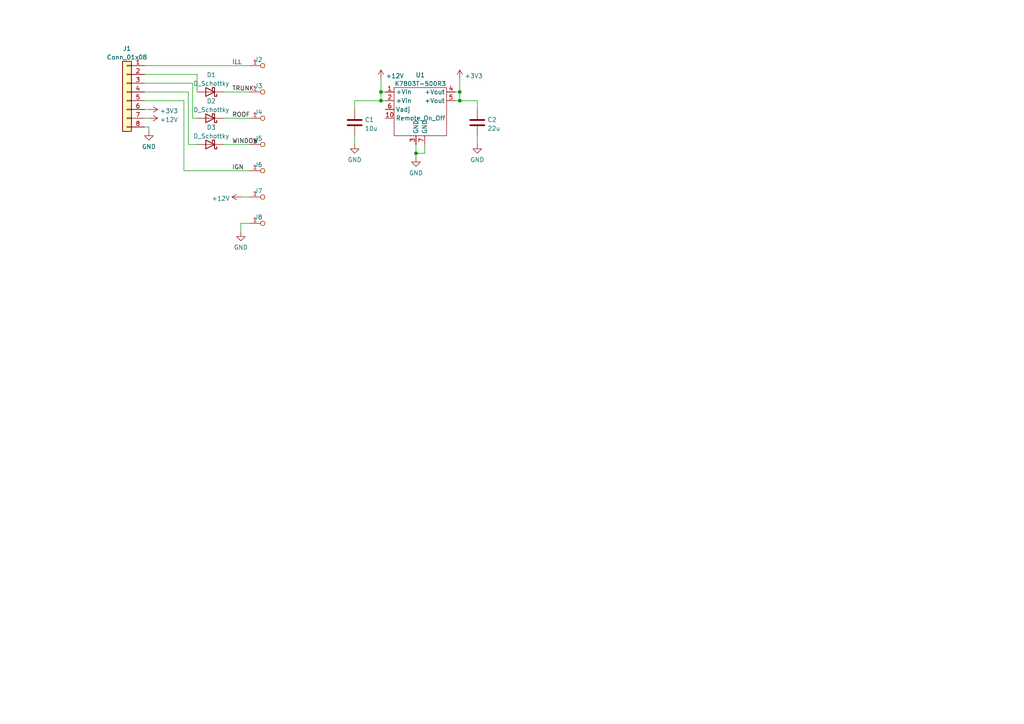
<source format=kicad_sch>
(kicad_sch (version 20211123) (generator eeschema)
  (paper "A4")
  (lib_symbols
    (symbol "Connector_Generic:Conn_01x08" (pin_names (offset 1.016) hide)
      (property "Reference" "J" (at 0 10.16 0))
      (property "Value" "Conn_01x08" (at 0 -12.7 0))
      (symbol "Conn_01x08_1_1"
        (rectangle (start -1.27 -10.033) (end 0 -10.287) (stroke (width 0.1524)))
        (rectangle (start -1.27 -7.493) (end 0 -7.747) (stroke (width 0.1524)))
        (rectangle (start -1.27 -4.953) (end 0 -5.207) (stroke (width 0.1524)))
        (rectangle (start -1.27 -2.413) (end 0 -2.667) (stroke (width 0.1524)))
        (rectangle (start -1.27 0.127) (end 0 -0.127) (stroke (width 0.1524)))
        (rectangle (start -1.27 2.667) (end 0 2.413) (stroke (width 0.1524)))
        (rectangle (start -1.27 5.207) (end 0 4.953) (stroke (width 0.1524)))
        (rectangle (start -1.27 7.747) (end 0 7.493) (stroke (width 0.1524)))
        (rectangle (start -1.27 8.89) (end 1.27 -11.43) (stroke (width 0.254)) (fill (type background)))
        (pin passive line (at -5.08 7.62 0) (length 3.81) (name "Pin_1") (number "1"))
        (pin passive line (at -5.08 5.08 0) (length 3.81) (name "Pin_2") (number "2"))
        (pin passive line (at -5.08 2.54 0) (length 3.81) (name "Pin_3") (number "3"))
        (pin passive line (at -5.08 0 0) (length 3.81) (name "Pin_4") (number "4"))
        (pin passive line (at -5.08 -2.54 0) (length 3.81) (name "Pin_5") (number "5"))
        (pin passive line (at -5.08 -5.08 0) (length 3.81) (name "Pin_6") (number "6"))
        (pin passive line (at -5.08 -7.62 0) (length 3.81) (name "Pin_7") (number "7"))
        (pin passive line (at -5.08 -10.16 0) (length 3.81) (name "Pin_8") (number "8"))
      )
    )
    (symbol "DelSolLib:K7803T-500R3"
      (property "Reference" "U" (at 8.89 1.27 0))
      (property "Value" "K7803T-500R3" (at 0 15.24 0))
      (symbol "K7803T-500R3_0_0"
        (pin power_in line (at -10.16 12.7 0) (length 2.54) (name "+Vin") (number "1"))
        (pin unspecified line (at -10.16 5.08 0) (length 2.54) (name "Remote_On_Off") (number "10"))
        (pin power_in line (at -10.16 10.16 0) (length 2.54) (name "+Vin") (number "2"))
        (pin unspecified line (at -1.27 -2.54 90) (length 2.54) (name "GND") (number "3"))
        (pin power_out line (at 10.16 12.7 180) (length 2.54) (name "+Vout") (number "4"))
        (pin power_out line (at 10.16 10.16 180) (length 2.54) (name "+Vout") (number "5"))
        (pin unspecified line (at -10.16 7.62 0) (length 2.54) (name "Vadj") (number "6"))
        (pin unspecified line (at 1.27 -2.54 90) (length 2.54) (name "GND") (number "7"))
      )
      (symbol "K7803T-500R3_0_1"
        (rectangle (start -7.62 13.97) (end 7.62 0) (stroke (width 0.1524)))
      )
    )
    (symbol "DelSolLib:Terminal_Spring_Del_Sol"
      (property "Reference" "J" (at 0 2.54 0))
      (symbol "Terminal_Spring_Del_Sol_0_1"
        (circle (center 0 0) (radius 0.635) (stroke (width 0.1524)) (fill (type background)))
      )
      (symbol "Terminal_Spring_Del_Sol_1_1"
        (pin passive line (at -3.81 0 0) (length 3.175) (name "") (number "1"))
      )
    )
    (symbol "Device:C" (pin_numbers hide) (pin_names (offset 0.254))
      (property "Reference" "C" (at 0.635 2.54 0))
      (property "Value" "C" (at 0.635 -2.54 0))
      (symbol "C_0_1"
        (polyline (pts (xy -2.032 -0.762) (xy 2.032 -0.762)) (stroke (width 0.508)))
        (polyline (pts (xy -2.032 0.762) (xy 2.032 0.762)) (stroke (width 0.508)))
      )
      (symbol "C_1_1"
        (pin passive line (at 0 3.81 270) (length 2.794) (name "~") (number "1"))
        (pin passive line (at 0 -3.81 90) (length 2.794) (name "~") (number "2"))
      )
    )
    (symbol "Device:D_Schottky" (pin_numbers hide) (pin_names (offset 1.016) hide)
      (property "Reference" "D" (at 0 2.54 0))
      (property "Value" "D_Schottky" (at 0 -2.54 0))
      (symbol "D_Schottky_0_1"
        (polyline (pts (xy 1.27 0) (xy -1.27 0)))
        (polyline (pts (xy 1.27 1.27) (xy 1.27 -1.27) (xy -1.27 0) (xy 1.27 1.27)) (stroke (width 0.254)))
        (polyline (pts (xy -1.905 0.635) (xy -1.905 1.27) (xy -1.27 1.27) (xy -1.27 -1.27) (xy -0.635 -1.27) (xy -0.635 -0.635)) (stroke (width 0.254)))
      )
      (symbol "D_Schottky_1_1"
        (pin passive line (at -3.81 0 0) (length 2.54) (name "K") (number "1"))
        (pin passive line (at 3.81 0 180) (length 2.54) (name "A") (number "2"))
      )
    )
    (symbol "power:+12V" (power) (pin_names (offset 0))
      (property "Value" "+12V" (at 0 3.556 0))
      (symbol "+12V_0_1"
        (polyline (pts (xy -0.762 1.27) (xy 0 2.54)))
        (polyline (pts (xy 0 0) (xy 0 2.54)))
        (polyline (pts (xy 0 2.54) (xy 0.762 1.27)))
      )
      (symbol "+12V_1_1"
        (pin power_in line (at 0 0 90) (length 0) hide (name "+12V") (number "1"))
      )
    )
    (symbol "power:+3V3" (power) (pin_names (offset 0))
      (property "Value" "+3V3" (at 0 3.556 0))
      (symbol "+3V3_0_1"
        (polyline (pts (xy -0.762 1.27) (xy 0 2.54)))
        (polyline (pts (xy 0 0) (xy 0 2.54)))
        (polyline (pts (xy 0 2.54) (xy 0.762 1.27)))
      )
      (symbol "+3V3_1_1"
        (pin power_in line (at 0 0 90) (length 0) hide (name "+3V3") (number "1"))
      )
    )
    (symbol "power:GND" (power) (pin_names (offset 0))
      (property "Value" "GND" (at 0 -3.81 0))
      (symbol "GND_0_1"
        (polyline (pts (xy 0 0) (xy 0 -1.27) (xy 1.27 -1.27) (xy 0 -2.54) (xy -1.27 -1.27) (xy 0 -1.27)))
      )
      (symbol "GND_1_1"
        (pin power_in line (at 0 0 270) (length 0) hide (name "GND") (number "1"))
      )
    )
  )
  (junction (at 133.35 29.21))
  (junction (at 133.35 26.67))
  (junction (at 110.49 29.21))
  (junction (at 110.49 26.67))
  (junction (at 120.65 44.45))
  (wire (pts (xy 41.91 21.59) (xy 57.15 21.59)))
  (wire (pts (xy 43.18 36.83) (xy 43.18 38.1)))
  (wire (pts (xy 64.77 34.29) (xy 72.39 34.29)))
  (wire (pts (xy 72.39 64.77) (xy 69.85 64.77)))
  (wire (pts (xy 41.91 34.29) (xy 43.18 34.29)))
  (wire (pts (xy 64.77 41.91) (xy 72.39 41.91)))
  (wire (pts (xy 120.65 44.45) (xy 120.65 45.72)))
  (wire (pts (xy 133.35 26.67) (xy 133.35 29.21)))
  (wire (pts (xy 53.34 29.21) (xy 53.34 49.53)))
  (wire (pts (xy 69.85 64.77) (xy 69.85 67.31)))
  (wire (pts (xy 54.61 41.91) (xy 57.15 41.91)))
  (wire (pts (xy 41.91 36.83) (xy 43.18 36.83)))
  (wire (pts (xy 132.08 26.67) (xy 133.35 26.67)))
  (wire (pts (xy 120.65 41.91) (xy 120.65 44.45)))
  (wire (pts (xy 110.49 22.86) (xy 110.49 26.67)))
  (wire (pts (xy 102.87 31.75) (xy 102.87 29.21)))
  (wire (pts (xy 138.43 39.37) (xy 138.43 41.91)))
  (wire (pts (xy 102.87 29.21) (xy 110.49 29.21)))
  (wire (pts (xy 41.91 24.13) (xy 55.88 24.13)))
  (wire (pts (xy 138.43 31.75) (xy 138.43 29.21)))
  (wire (pts (xy 57.15 21.59) (xy 57.15 26.67)))
  (wire (pts (xy 64.77 26.67) (xy 72.39 26.67)))
  (wire (pts (xy 53.34 49.53) (xy 72.39 49.53)))
  (wire (pts (xy 54.61 26.67) (xy 54.61 41.91)))
  (wire (pts (xy 102.87 39.37) (xy 102.87 41.91)))
  (wire (pts (xy 123.19 41.91) (xy 123.19 44.45)))
  (wire (pts (xy 110.49 26.67) (xy 111.76 26.67)))
  (wire (pts (xy 55.88 34.29) (xy 57.15 34.29)))
  (wire (pts (xy 69.85 57.15) (xy 72.39 57.15)))
  (wire (pts (xy 41.91 19.05) (xy 72.39 19.05)))
  (wire (pts (xy 41.91 26.67) (xy 54.61 26.67)))
  (wire (pts (xy 110.49 26.67) (xy 110.49 29.21)))
  (wire (pts (xy 133.35 26.67) (xy 133.35 22.86)))
  (wire (pts (xy 138.43 29.21) (xy 133.35 29.21)))
  (wire (pts (xy 132.08 29.21) (xy 133.35 29.21)))
  (wire (pts (xy 55.88 24.13) (xy 55.88 34.29)))
  (wire (pts (xy 41.91 29.21) (xy 53.34 29.21)))
  (wire (pts (xy 111.76 29.21) (xy 110.49 29.21)))
  (wire (pts (xy 123.19 44.45) (xy 120.65 44.45)))
  (wire (pts (xy 41.91 31.75) (xy 43.18 31.75)))
  (label "IGN" (at 67.31 49.53 0))
  (label "WINDOW" (at 67.31 41.91 0))
  (label "ILL" (at 67.31 19.05 0))
  (label "TRUNK" (at 67.31 26.67 0))
  (label "ROOF" (at 67.31 34.29 0))
  (symbol (lib_id "Device:C") (at 138.43 35.56 0) (unit 1)
    (property "Reference" "C2" (at 141.351 34.7253 0) (effects (justify left)))
    (property "Value" "22u" (at 141.351 37.2622 0) (effects (justify left)))
    (property "Footprint" "Capacitor_SMD:C_1206_3216Metric_Pad1.33x1.80mm_HandSolder" (effects hide))
  )
  (symbol (lib_id "power:+12V") (at 110.49 22.86 0) (unit 1)
    (property "Reference" "#PWR02" (effects hide))
    (property "Value" "+12V" (at 111.887 22.0238 0) (effects (justify left)))
  )
  (symbol (lib_id "DelSolLib:Terminal_Spring_Del_Sol") (at 76.2 26.67 0) (unit 1)
    (property "Reference" "J3" (at 74.9681 24.923 0))
    (property "Value" "Terminal_Spring_Del_Sol" (effects hide))
    (property "Footprint" "DelSolLib:Terminal_Spring_Del_Sol" (effects hide))
  )
  (symbol (lib_id "DelSolLib:Terminal_Spring_Del_Sol") (at 76.2 49.53 0) (unit 1)
    (property "Reference" "J6" (at 74.9681 47.783 0))
    (property "Value" "Terminal_Spring_Del_Sol" (effects hide))
    (property "Footprint" "DelSolLib:Terminal_Spring_Del_Sol" (effects hide))
  )
  (symbol (lib_id "DelSolLib:Terminal_Spring_Del_Sol") (at 76.2 41.91 0) (unit 1)
    (property "Reference" "J5" (at 74.9681 40.163 0))
    (property "Value" "Terminal_Spring_Del_Sol" (effects hide))
    (property "Footprint" "DelSolLib:Terminal_Spring_Del_Sol" (effects hide))
  )
  (symbol (lib_id "power:GND") (at 120.65 45.72 0) (unit 1)
    (property "Reference" "#PWR03" (effects hide))
    (property "Value" "GND" (at 120.65 50.1634 0))
  )
  (symbol (lib_id "DelSolLib:Terminal_Spring_Del_Sol") (at 76.2 34.29 0) (unit 1)
    (property "Reference" "J4" (at 74.9681 32.543 0))
    (property "Value" "Terminal_Spring_Del_Sol" (effects hide))
    (property "Footprint" "DelSolLib:Terminal_Spring_Del_Sol" (effects hide))
  )
  (symbol (lib_id "power:+12V") (at 43.18 34.29 270) (unit 1)
    (property "Reference" "#PWR0104" (effects hide))
    (property "Value" "+12V" (at 46.355 34.7238 90) (effects (justify left)))
  )
  (symbol (lib_id "Device:D_Schottky") (at 60.96 26.67 180) (unit 1)
    (property "Reference" "D1" (at 61.2775 21.7002 0))
    (property "Value" "D_Schottky" (at 61.2775 24.2371 0))
    (property "Footprint" "Diode_SMD:D_SMA_Handsoldering" (effects hide))
  )
  (symbol (lib_id "Connector_Generic:Conn_01x08") (at 36.83 26.67 0) (mirror y) (unit 1)
    (property "Reference" "J1" (at 36.83 14.0802 0))
    (property "Value" "Conn_01x08" (at 36.83 16.6171 0))
    (property "Footprint" "Connector_PinHeader_2.54mm:PinHeader_1x08_P2.54mm_Vertical" (effects hide))
  )
  (symbol (lib_id "Device:C") (at 102.87 35.56 0) (unit 1)
    (property "Reference" "C1" (at 105.791 34.7253 0) (effects (justify left)))
    (property "Value" "10u" (at 105.791 37.2622 0) (effects (justify left)))
    (property "Footprint" "Capacitor_SMD:C_1206_3216Metric_Pad1.33x1.80mm_HandSolder" (effects hide))
  )
  (symbol (lib_id "DelSolLib:K7803T-500R3") (at 121.92 39.37 0) (unit 1)
    (property "Reference" "U1" (at 121.92 21.751 0))
    (property "Value" "K7803T-500R3" (at 121.92 24.2879 0))
    (property "Footprint" "DelSolLib:K7803T-500R3" (effects hide))
  )
  (symbol (lib_id "power:+12V") (at 69.85 57.15 90) (unit 1)
    (property "Reference" "#PWR0102" (effects hide))
    (property "Value" "+12V" (at 66.675 57.5838 90) (effects (justify left)))
  )
  (symbol (lib_id "power:GND") (at 138.43 41.91 0) (unit 1)
    (property "Reference" "#PWR05" (effects hide))
    (property "Value" "GND" (at 138.43 46.3534 0))
  )
  (symbol (lib_id "power:+3V3") (at 133.35 22.86 0) (unit 1)
    (property "Reference" "#PWR04" (effects hide))
    (property "Value" "+3V3" (at 134.747 22.0238 0) (effects (justify left)))
  )
  (symbol (lib_id "DelSolLib:Terminal_Spring_Del_Sol") (at 76.2 57.15 0) (unit 1)
    (property "Reference" "J7" (at 74.9681 55.403 0))
    (property "Value" "Terminal_Spring_Del_Sol" (effects hide))
    (property "Footprint" "DelSolLib:Terminal_Spring_Del_Sol" (effects hide))
  )
  (symbol (lib_id "DelSolLib:Terminal_Spring_Del_Sol") (at 76.2 64.77 0) (unit 1)
    (property "Reference" "J8" (at 74.9681 63.023 0))
    (property "Value" "Terminal_Spring_Del_Sol" (effects hide))
    (property "Footprint" "DelSolLib:Terminal_Spring_Del_Sol" (effects hide))
  )
  (symbol (lib_id "power:+3V3") (at 43.18 31.75 270) (unit 1)
    (property "Reference" "#PWR0105" (effects hide))
    (property "Value" "+3V3" (at 46.355 32.1838 90) (effects (justify left)))
  )
  (symbol (lib_id "Device:D_Schottky") (at 60.96 41.91 180) (unit 1)
    (property "Reference" "D3" (at 61.2775 36.9402 0))
    (property "Value" "D_Schottky" (at 61.2775 39.4771 0))
    (property "Footprint" "Diode_SMD:D_SMA_Handsoldering" (effects hide))
  )
  (symbol (lib_id "power:GND") (at 102.87 41.91 0) (unit 1)
    (property "Reference" "#PWR01" (effects hide))
    (property "Value" "GND" (at 102.87 46.3534 0))
  )
  (symbol (lib_id "Device:D_Schottky") (at 60.96 34.29 180) (unit 1)
    (property "Reference" "D2" (at 61.2775 29.3202 0))
    (property "Value" "D_Schottky" (at 61.2775 31.8571 0))
    (property "Footprint" "Diode_SMD:D_SMA_Handsoldering" (effects hide))
  )
  (symbol (lib_id "power:GND") (at 43.18 38.1 0) (unit 1)
    (property "Reference" "#PWR0103" (effects hide))
    (property "Value" "GND" (at 43.18 42.5434 0))
  )
  (symbol (lib_id "DelSolLib:Terminal_Spring_Del_Sol") (at 76.2 19.05 0) (unit 1)
    (property "Reference" "J2" (at 74.9681 17.303 0))
    (property "Value" "Terminal_Spring_Del_Sol" (effects hide))
    (property "Footprint" "DelSolLib:Terminal_Spring_Del_Sol" (effects hide))
  )
  (symbol (lib_id "power:GND") (at 69.85 67.31 0) (unit 1)
    (property "Reference" "#PWR0101" (effects hide))
    (property "Value" "GND" (at 69.85 71.7534 0))
  )
)
</source>
